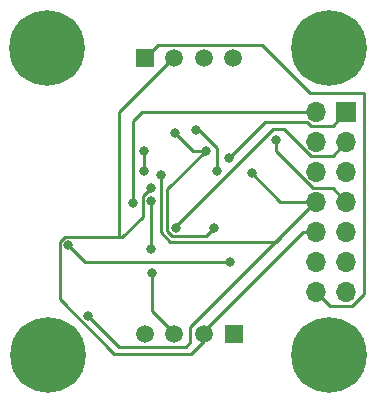
<source format=gbr>
%TF.GenerationSoftware,KiCad,Pcbnew,7.0.9*%
%TF.CreationDate,2024-01-29T17:54:31+11:00*%
%TF.ProjectId,BMI088_IMU_PCB,424d4930-3838-45f4-994d-555f5043422e,rev?*%
%TF.SameCoordinates,Original*%
%TF.FileFunction,Copper,L2,Bot*%
%TF.FilePolarity,Positive*%
%FSLAX46Y46*%
G04 Gerber Fmt 4.6, Leading zero omitted, Abs format (unit mm)*
G04 Created by KiCad (PCBNEW 7.0.9) date 2024-01-29 17:54:31*
%MOMM*%
%LPD*%
G01*
G04 APERTURE LIST*
%TA.AperFunction,ComponentPad*%
%ADD10R,1.508000X1.508000*%
%TD*%
%TA.AperFunction,ComponentPad*%
%ADD11C,1.508000*%
%TD*%
%TA.AperFunction,ComponentPad*%
%ADD12C,6.400000*%
%TD*%
%TA.AperFunction,ComponentPad*%
%ADD13R,1.700000X1.700000*%
%TD*%
%TA.AperFunction,ComponentPad*%
%ADD14O,1.700000X1.700000*%
%TD*%
%TA.AperFunction,ViaPad*%
%ADD15C,0.800000*%
%TD*%
%TA.AperFunction,Conductor*%
%ADD16C,0.250000*%
%TD*%
G04 APERTURE END LIST*
D10*
%TO.P,P1,1,1*%
%TO.N,VCC*%
X71690000Y-67240000D03*
D11*
%TO.P,P1,2,2*%
%TO.N,/SDA{slash}MOSI*%
X69190000Y-67240000D03*
%TO.P,P1,3,3*%
%TO.N,/SCL{slash}SCLK*%
X66690000Y-67240000D03*
%TO.P,P1,4,4*%
%TO.N,GND*%
X64190000Y-67240000D03*
%TD*%
D12*
%TO.P,TH4,4*%
%TO.N,N/C*%
X79756000Y-69000000D03*
%TD*%
%TO.P,TH1,1*%
%TO.N,N/C*%
X55874000Y-43000000D03*
%TD*%
%TO.P,TH3,3*%
%TO.N,N/C*%
X56000000Y-69000000D03*
%TD*%
D10*
%TO.P,P2,1,1*%
%TO.N,VCC*%
X64160000Y-43900000D03*
D11*
%TO.P,P2,2,2*%
%TO.N,/SDA{slash}MOSI*%
X66660000Y-43900000D03*
%TO.P,P2,3,3*%
%TO.N,/SCL{slash}SCLK*%
X69160000Y-43900000D03*
%TO.P,P2,4,4*%
%TO.N,GND*%
X71660000Y-43900000D03*
%TD*%
D13*
%TO.P,J1,1,Pin_1*%
%TO.N,/CS_ACCEL*%
X81250000Y-48450000D03*
D14*
%TO.P,J1,2,Pin_2*%
%TO.N,/PS*%
X78710000Y-48450000D03*
%TO.P,J1,3,Pin_3*%
%TO.N,/CS_GYRO*%
X81250000Y-50990000D03*
%TO.P,J1,4,Pin_4*%
%TO.N,/INT1_A*%
X78710000Y-50990000D03*
%TO.P,J1,5,Pin_5*%
%TO.N,/INT3_G*%
X81250000Y-53530000D03*
%TO.P,J1,6,Pin_6*%
%TO.N,/INT2_A*%
X78710000Y-53530000D03*
%TO.P,J1,7,Pin_7*%
%TO.N,/INT4_G*%
X81250000Y-56070000D03*
%TO.P,J1,8,Pin_8*%
%TO.N,/SDIO{slash}MISO*%
X78710000Y-56070000D03*
%TO.P,J1,9,Pin_9*%
%TO.N,/SCL{slash}SCLK*%
X81250000Y-58610000D03*
%TO.P,J1,10,Pin_10*%
%TO.N,/SDA{slash}MOSI*%
X78710000Y-58610000D03*
%TO.P,J1,11,Pin_11*%
%TO.N,GND*%
X81250000Y-61150000D03*
%TO.P,J1,12,Pin_12*%
%TO.N,VDDIO*%
X78710000Y-61150000D03*
%TO.P,J1,13,Pin_13*%
%TO.N,GND*%
X81250000Y-63690000D03*
%TO.P,J1,14,Pin_14*%
%TO.N,VCC*%
X78710000Y-63690000D03*
%TD*%
D12*
%TO.P,TH2,2*%
%TO.N,N/C*%
X79750000Y-43000000D03*
%TD*%
D15*
%TO.N,GND*%
X70030000Y-58320000D03*
X66720000Y-50230000D03*
X69320000Y-51730000D03*
%TO.N,VDDIO*%
X71400000Y-61190000D03*
X57690000Y-59750000D03*
%TO.N,/INT4_G*%
X75260000Y-50790000D03*
X70250000Y-53490000D03*
X68530000Y-49970000D03*
%TO.N,/SCL{slash}SCLK*%
X64720000Y-60080000D03*
X64750000Y-62110000D03*
X64110000Y-51750000D03*
X64100000Y-53480000D03*
X64730000Y-56020000D03*
%TO.N,/SDA{slash}MOSI*%
X64690000Y-54860000D03*
%TO.N,/SDIO{slash}MISO*%
X73220000Y-53650000D03*
X59390000Y-65730000D03*
X65540000Y-53830000D03*
%TO.N,/PS*%
X63170000Y-56200000D03*
%TO.N,/CS_GYRO*%
X66800000Y-58250000D03*
%TO.N,/CS_ACCEL*%
X71290000Y-52390000D03*
%TD*%
D16*
%TO.N,GND*%
X69325000Y-58975000D02*
X66499695Y-58975000D01*
X66499695Y-58975000D02*
X66075000Y-58550305D01*
X66075000Y-58550305D02*
X66075000Y-54975000D01*
X69320000Y-51730000D02*
X68220000Y-51730000D01*
X66075000Y-54975000D02*
X69320000Y-51730000D01*
X70010000Y-58290000D02*
X69325000Y-58975000D01*
X70030000Y-58310000D02*
X70010000Y-58290000D01*
X70030000Y-58320000D02*
X70030000Y-58310000D01*
X68220000Y-51730000D02*
X66720000Y-50230000D01*
%TO.N,VCC*%
X82700000Y-63901701D02*
X81736701Y-64865000D01*
X81736701Y-64865000D02*
X79885000Y-64865000D01*
X82700000Y-46830000D02*
X82700000Y-63901701D01*
X64190000Y-43870000D02*
X65269000Y-42791000D01*
X64350000Y-43870000D02*
X64190000Y-43870000D01*
X74121000Y-42791000D02*
X78160000Y-46830000D01*
X79885000Y-64865000D02*
X78710000Y-63690000D01*
X78160000Y-46830000D02*
X82700000Y-46830000D01*
X65269000Y-42791000D02*
X74121000Y-42791000D01*
%TO.N,VDDIO*%
X59150000Y-61190000D02*
X57690000Y-59750000D01*
X57690000Y-59750000D02*
X57880000Y-59920000D01*
X71400000Y-61190000D02*
X59150000Y-61190000D01*
%TO.N,/INT4_G*%
X75280000Y-51761701D02*
X75260000Y-50790000D01*
X68750000Y-49970000D02*
X68530000Y-49970000D01*
X81250000Y-56070000D02*
X80075000Y-54895000D01*
X78413299Y-54895000D02*
X75280000Y-51761701D01*
X68530000Y-49750000D02*
X68600000Y-49820000D01*
X70250000Y-53490000D02*
X70250000Y-51470000D01*
X70250000Y-51470000D02*
X68750000Y-49970000D01*
X75260000Y-50790000D02*
X75280000Y-51000000D01*
X68530000Y-49970000D02*
X68530000Y-49750000D01*
X80075000Y-54895000D02*
X78413299Y-54895000D01*
%TO.N,/SCL{slash}SCLK*%
X64730000Y-56020000D02*
X64730000Y-60070000D01*
X64110000Y-53470000D02*
X64100000Y-53480000D01*
X64730000Y-60070000D02*
X64720000Y-60080000D01*
X66700000Y-67250000D02*
X64750000Y-65300000D01*
X64110000Y-53490000D02*
X64110000Y-53520000D01*
X64750000Y-62110000D02*
X64700000Y-62070000D01*
X64110000Y-51750000D02*
X64110000Y-53470000D01*
X64720000Y-60080000D02*
X64730000Y-60090000D01*
X66720000Y-67250000D02*
X66700000Y-67250000D01*
X69350000Y-43950000D02*
X69440000Y-44040000D01*
X64730000Y-60090000D02*
X64730000Y-60130000D01*
X64110000Y-53520000D02*
X64130000Y-53540000D01*
X64750000Y-65300000D02*
X64750000Y-62110000D01*
X64730000Y-60130000D02*
X64700000Y-60160000D01*
X64100000Y-53480000D02*
X64110000Y-53490000D01*
X69350000Y-43870000D02*
X69350000Y-43950000D01*
%TO.N,/SDA{slash}MOSI*%
X61594695Y-68960000D02*
X68100000Y-68960000D01*
X63995000Y-55555000D02*
X63995000Y-57310000D01*
X66590000Y-43900000D02*
X66570000Y-43900000D01*
X62010000Y-48460000D02*
X62010000Y-59025000D01*
X64690000Y-54860000D02*
X63995000Y-55555000D01*
X77590000Y-58610000D02*
X78710000Y-58610000D01*
X68100000Y-68960000D02*
X69220000Y-67840000D01*
X56965000Y-59449695D02*
X56965000Y-64330305D01*
X62280000Y-59025000D02*
X62010000Y-59025000D01*
X66570000Y-43900000D02*
X62010000Y-48460000D01*
X69220000Y-66980000D02*
X77590000Y-58610000D01*
X62010000Y-59025000D02*
X57389695Y-59025000D01*
X66610000Y-43920000D02*
X66590000Y-43900000D01*
X63995000Y-57310000D02*
X62280000Y-59025000D01*
X56965000Y-64330305D02*
X61594695Y-68960000D01*
X69220000Y-67840000D02*
X69220000Y-66980000D01*
X57389695Y-59025000D02*
X56965000Y-59449695D01*
%TO.N,/SDIO{slash}MISO*%
X73220000Y-53650000D02*
X75640000Y-56070000D01*
X78604062Y-56070000D02*
X78710000Y-56070000D01*
X68040000Y-67970000D02*
X68040000Y-66634063D01*
X59390000Y-65730000D02*
X61989000Y-68329000D01*
X65540000Y-53830000D02*
X65540000Y-58651701D01*
X65540000Y-58651701D02*
X66313299Y-59425000D01*
X61989000Y-68329000D02*
X67681000Y-68329000D01*
X68040000Y-66634063D02*
X78604063Y-56070000D01*
X66313299Y-59425000D02*
X75249062Y-59425000D01*
X75640000Y-56070000D02*
X78710000Y-56070000D01*
X67681000Y-68329000D02*
X68040000Y-67970000D01*
X78604063Y-56070000D02*
X78710000Y-56070000D01*
X75249062Y-59425000D02*
X78604062Y-56070000D01*
%TO.N,/PS*%
X63170000Y-49200000D02*
X63170000Y-56200000D01*
X63920000Y-48450000D02*
X78710000Y-48450000D01*
X63920000Y-48450000D02*
X63170000Y-49200000D01*
%TO.N,/CS_GYRO*%
X80075000Y-52165000D02*
X81250000Y-50990000D01*
X78223299Y-52165000D02*
X80075000Y-52165000D01*
X66800000Y-58250000D02*
X66800000Y-58090000D01*
X74990000Y-49900000D02*
X75958299Y-49900000D01*
X75958299Y-49900000D02*
X78223299Y-52165000D01*
X66800000Y-58090000D02*
X74990000Y-49900000D01*
%TO.N,/CS_ACCEL*%
X81250000Y-48450000D02*
X80075000Y-49625000D01*
X77908299Y-49310000D02*
X74370000Y-49310000D01*
X74370000Y-49310000D02*
X71380000Y-52300000D01*
X78223299Y-49625000D02*
X77908299Y-49310000D01*
X80075000Y-49625000D02*
X78223299Y-49625000D01*
%TD*%
M02*

</source>
